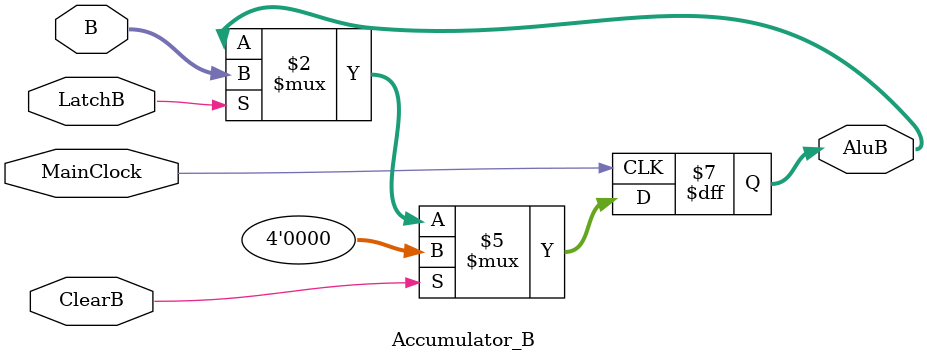
<source format=v>

`default_nettype none

module Accumulator_B #
(
	parameter N = 4
)
(
	input MainClock,
	input ClearB,
	input LatchB,
	input [N-1:0] B,
	output reg [N-1:0] AluB
);

	always @(posedge MainClock) begin
		if(ClearB)
			AluB <= {N{1'b0}};
		
		else if(LatchB)
			AluB <= B;
			
	end


endmodule

`default_nettype wire

</source>
